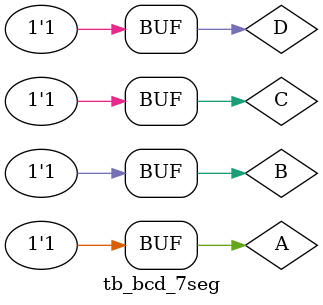
<source format=v>
`timescale 1ns / 1ps


module tb_bcd_7seg;

//inputs defined as registers
reg A;
reg B;
reg C;
reg D;

//outputs defined as wires

wire a;
wire b;
wire c;
wire d;
wire e;
wire f;
wire g;
wire AN0;
wire AN1;
wire AN2;
wire AN3;
wire dp;

//instantiate the unit under test UUT
bcd_7seg uut (
    .A(A),
    .B(B),
    .C(C),
    .D(D),
    .a(a),
    .b(b),
    .c(c),
    .d(d),
    .e(e),
    .f(f),
    .g(g),
    .AN0(AN0),
    .AN1(AN1),
    .AN2(AN2),
    .AN3(AN3),
    .dp(dp)
 );
 
 initial begin
 //initialize inputs
 
 A = 0; //should display 0 on 7 seg
 B = 0;
 C = 0;
 D = 0;
 
 #50
 
 A = 0;
 B = 0;
 C = 0;
 D = 1;
 
 #50
 
 A = 0;
 B = 0;
 C = 1;
 D = 0;
  
 #50
 
 A = 0;
 B = 0;
 C = 1;
 D = 1;
 
 #50
 
 A = 0;
 B = 1;
 C = 0;
 D = 0;
 
 #50
 
 A = 0;
 B = 1;
 C = 0;
 D = 1;
 
  #50
 
 A = 0;
 B = 1;
 C = 1;
 D = 0;
 
  #50
 
 A = 0;
 B = 1;
 C = 1;
 D = 1;
 
  #50
 
 A = 1;
 B = 0;
 C = 0;
 D = 0;
 
  #50
 
 A = 1;
 B = 0;
 C = 0;
 D = 1;
 
  #50
 
 A = 1; //10
 B = 0;
 C = 1;
 D = 0;
 
  #50
 
 A = 1; //11
 B = 0;
 C = 1;
 D = 1;
 
  #50
 
 A = 1; //12
 B = 1;
 C = 0;
 D = 0;
 
  #50
 
 A = 1; //13
 B = 1;
 C = 0;
 D = 1;
 
  #50
 
 A = 1;//14
 B = 1;
 C = 1; 
 D = 0;
 
  #50
 
 A = 1;//15
 B = 1;
 C = 1;
 D = 1;
 
 end
 
 endmodule


</source>
